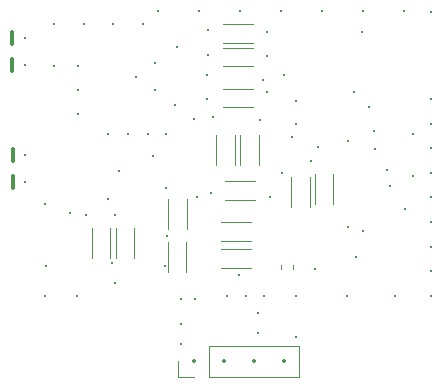
<source format=gbr>
%TF.GenerationSoftware,KiCad,Pcbnew,(6.0.5)*%
%TF.CreationDate,2022-08-22T16:05:22+08:00*%
%TF.ProjectId,SX7H02060050-1,53583748-3032-4303-9630-3035302d312e,rev?*%
%TF.SameCoordinates,PX8af34a0PY598cce0*%
%TF.FileFunction,Legend,Top*%
%TF.FilePolarity,Positive*%
%FSLAX46Y46*%
G04 Gerber Fmt 4.6, Leading zero omitted, Abs format (unit mm)*
G04 Created by KiCad (PCBNEW (6.0.5)) date 2022-08-22 16:05:22*
%MOMM*%
%LPD*%
G01*
G04 APERTURE LIST*
%ADD10C,0.120000*%
%ADD11C,0.300000*%
%ADD12O,0.300000X1.499999*%
%ADD13C,0.250000*%
%ADD14C,0.350000*%
G04 APERTURE END LIST*
D10*
%TO.C,D207*%
X138860000Y-80640000D02*
X138860000Y-83190000D01*
X140410000Y-83190000D02*
X140410000Y-80640000D01*
%TO.C,D213*%
X149364000Y-72764000D02*
X149364000Y-75314000D01*
X150914000Y-75314000D02*
X150914000Y-72764000D01*
%TO.C,D209*%
X155714000Y-76320000D02*
X155714000Y-78870000D01*
X157264000Y-78870000D02*
X157264000Y-76320000D01*
%TO.C,D214*%
X151396000Y-72764000D02*
X151396000Y-75314000D01*
X152946000Y-75314000D02*
X152946000Y-72764000D01*
%TO.C,D201*%
X152450000Y-68850000D02*
X149900000Y-68850000D01*
X149900000Y-70400000D02*
X152450000Y-70400000D01*
%TO.C,D208*%
X140870000Y-80640000D02*
X140870000Y-83190000D01*
X142420000Y-83190000D02*
X142420000Y-80640000D01*
%TO.C,D204*%
X145300000Y-78199600D02*
X145300000Y-80749600D01*
X146850000Y-80749600D02*
X146850000Y-78199600D01*
%TO.C,C206*%
X154811000Y-83806420D02*
X154811000Y-84087580D01*
X155831000Y-83806420D02*
X155831000Y-84087580D01*
%TO.C,D210*%
X159246000Y-78620000D02*
X159246000Y-76070000D01*
X157696000Y-76070000D02*
X157696000Y-78620000D01*
%TO.C,D212*%
X152475000Y-65375000D02*
X149925000Y-65375000D01*
X149925000Y-66925000D02*
X152475000Y-66925000D01*
%TO.C,D206*%
X152280000Y-80149000D02*
X149730000Y-80149000D01*
X149730000Y-81699000D02*
X152280000Y-81699000D01*
%TO.C,J201*%
X156407000Y-93252600D02*
X156407000Y-90592600D01*
X148727000Y-93252600D02*
X156407000Y-93252600D01*
X147457000Y-93252600D02*
X146127000Y-93252600D01*
X146127000Y-93252600D02*
X146127000Y-91922600D01*
X148727000Y-93252600D02*
X148727000Y-90592600D01*
X148727000Y-90592600D02*
X156407000Y-90592600D01*
%TO.C,D202*%
X152675000Y-76675000D02*
X150125000Y-76675000D01*
X150125000Y-78225000D02*
X152675000Y-78225000D01*
%TO.C,D203*%
X146800000Y-84360400D02*
X146800000Y-81810400D01*
X145250000Y-81810400D02*
X145250000Y-84360400D01*
%TO.C,D211*%
X152500000Y-63400000D02*
X149950000Y-63400000D01*
X149950000Y-64950000D02*
X152500000Y-64950000D01*
%TO.C,D205*%
X149730000Y-83985000D02*
X152280000Y-83985000D01*
X152280000Y-82435000D02*
X149730000Y-82435000D01*
%TD*%
D11*
X153670000Y-69088000D03*
X167513000Y-69723000D03*
X138328400Y-79552800D03*
X160528000Y-73279000D03*
X167513000Y-62357000D03*
X152933400Y-87833200D03*
X154812999Y-62230000D03*
X150291800Y-86360000D03*
X161755665Y-62230000D03*
X161671000Y-64008000D03*
X152933400Y-89560400D03*
X137541000Y-86410800D03*
X164465000Y-86360000D03*
X165354000Y-78994000D03*
X145161000Y-81280000D03*
X161036000Y-69088000D03*
X161798000Y-80899000D03*
X147523200Y-71424800D03*
X141122400Y-75793600D03*
X167513000Y-80121125D03*
X137668000Y-68961000D03*
X165989000Y-72644000D03*
X141884400Y-72644000D03*
X154940000Y-75946000D03*
X134874000Y-78613000D03*
X143560800Y-72644000D03*
X146050000Y-65278000D03*
X143129000Y-63373000D03*
X160401000Y-86360000D03*
X167513000Y-78041500D03*
X140817600Y-85293200D03*
X145135600Y-72644000D03*
X148590000Y-69723000D03*
X156083000Y-86360000D03*
X134874000Y-86360000D03*
X135636000Y-63373000D03*
X134910000Y-83820000D03*
X135590000Y-66929000D03*
X164084000Y-77089000D03*
X165989000Y-76200000D03*
X146380200Y-86614000D03*
X167513000Y-71802625D03*
X165227000Y-62230000D03*
X146380200Y-90424000D03*
X161163000Y-83058000D03*
X153924000Y-78001654D03*
X151341666Y-62230000D03*
X156083000Y-89890600D03*
X144399000Y-62230000D03*
X142544800Y-67818000D03*
X145858500Y-70256400D03*
X162306000Y-70358000D03*
X158284332Y-62230000D03*
X157988000Y-73787000D03*
X140631332Y-63373000D03*
X155803600Y-72948800D03*
X147574000Y-86614000D03*
X140208000Y-78181200D03*
X167513000Y-73882250D03*
X147870333Y-62230000D03*
X144145000Y-66675000D03*
X147726400Y-77978000D03*
X167513000Y-82200750D03*
X137668000Y-70993000D03*
X167513000Y-84280375D03*
X140208000Y-72644000D03*
X145084800Y-77216000D03*
X167513000Y-86360000D03*
X140512800Y-83616800D03*
X162814000Y-73914000D03*
X137668000Y-66929000D03*
X151853900Y-86360000D03*
X167513000Y-75961875D03*
X156083000Y-69850000D03*
X162687000Y-72390000D03*
X144145000Y-68961000D03*
X148590000Y-67691000D03*
X148640800Y-65989200D03*
X148640800Y-63906400D03*
X138133666Y-63373000D03*
X146380200Y-88722200D03*
X151257000Y-84582000D03*
X153416000Y-86360000D03*
X155067000Y-67691000D03*
X153289000Y-68072000D03*
X148945600Y-77673200D03*
X145034000Y-83820000D03*
X144018000Y-74549000D03*
X157734000Y-84074000D03*
X160528000Y-80518000D03*
X137007600Y-79349600D03*
X140766800Y-79502000D03*
X157353000Y-74930000D03*
X163830000Y-75692000D03*
X153670000Y-64008000D03*
X153670000Y-66040000D03*
X149098000Y-71260000D03*
X156148179Y-71819773D03*
X153035000Y-71501000D03*
D12*
X132100000Y-64550000D03*
D13*
X133150000Y-64550000D03*
X133150000Y-66850000D03*
D12*
X132100000Y-66850000D03*
D13*
X133175000Y-74475000D03*
D12*
X132125000Y-74475000D03*
D13*
X133175000Y-76775000D03*
D12*
X132125000Y-76775000D03*
D14*
X147457000Y-91922600D03*
X149997000Y-91922600D03*
X152537000Y-91922600D03*
X155077000Y-91922600D03*
M02*

</source>
